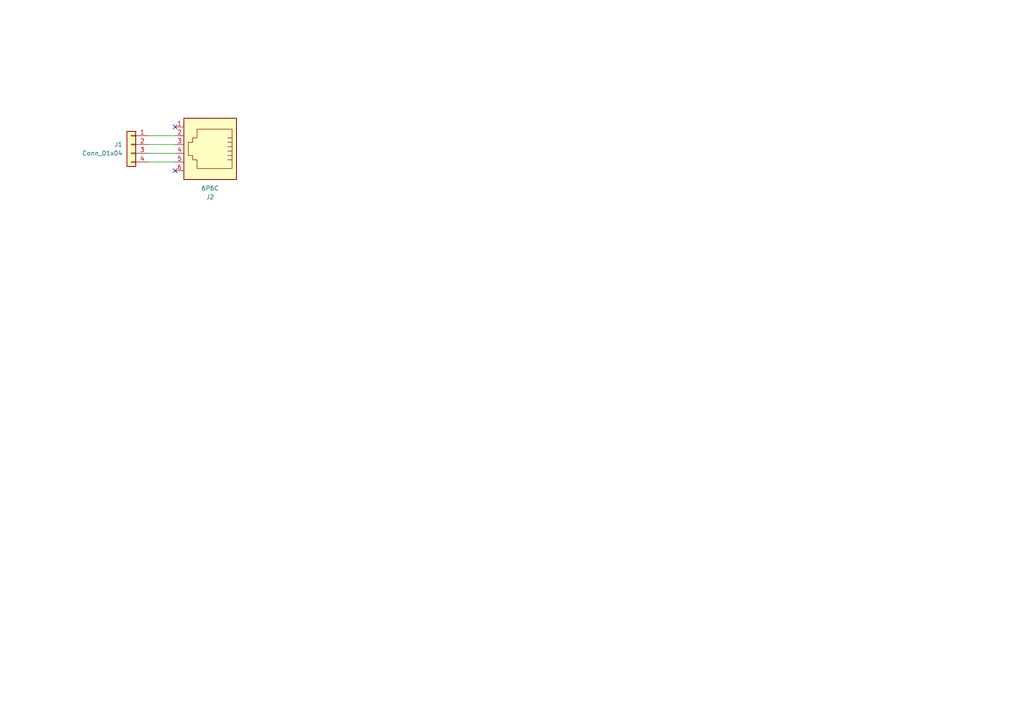
<source format=kicad_sch>
(kicad_sch (version 20230121) (generator eeschema)
  (paper "A4")
  (lib_symbols
    (symbol "Connector:6P6C" (pin_names (offset 1.016))
      (property "Reference" "J" (at -5.08 11.43 0))
      (property "Value" "6P6C" (at 2.54 11.43 0))
      (symbol "6P6C_0_1"
        (polyline (pts (xy -6.35 -1.905) (xy -5.08 -1.905) (xy -5.08 -1.905)))
        (polyline (pts (xy -6.35 -0.635) (xy -5.08 -0.635) (xy -5.08 -0.635)))
        (polyline (pts (xy -6.35 0.635) (xy -5.08 0.635) (xy -5.08 0.635)))
        (polyline (pts (xy -6.35 1.905) (xy -5.08 1.905) (xy -5.08 1.905)))
        (polyline (pts (xy -6.35 3.175) (xy -5.08 3.175) (xy -5.08 3.175)))
        (polyline (pts (xy -5.08 4.445) (xy -6.35 4.445) (xy -6.35 4.445)))
        (polyline (pts (xy -6.35 -4.445) (xy -6.35 6.985) (xy 3.81 6.985) (xy 3.81 4.445) (xy 5.08 4.445) (xy 5.08 3.175) (xy 6.35 3.175) (xy 6.35 -0.635) (xy 5.08 -0.635) (xy 5.08 -1.905) (xy 3.81 -1.905) (xy 3.81 -4.445) (xy -6.35 -4.445) (xy -6.35 -4.445)))
        (rectangle (start 7.62 10.16) (end -7.62 -7.62) (stroke (width 0.254)) (fill (type background)))
      )
      (symbol "6P6C_1_1"
        (pin passive line (at 10.16 -5.08 180) (length 2.54) (name "~") (number "1"))
        (pin passive line (at 10.16 -2.54 180) (length 2.54) (name "~") (number "2"))
        (pin passive line (at 10.16 0 180) (length 2.54) (name "~") (number "3"))
        (pin passive line (at 10.16 2.54 180) (length 2.54) (name "~") (number "4"))
        (pin passive line (at 10.16 5.08 180) (length 2.54) (name "~") (number "5"))
        (pin passive line (at 10.16 7.62 180) (length 2.54) (name "~") (number "6"))
      )
    )
    (symbol "Connector_Generic:Conn_01x04" (pin_names (offset 1.016) hide)
      (property "Reference" "J" (at 0 5.08 0))
      (property "Value" "Conn_01x04" (at 0 -7.62 0))
      (symbol "Conn_01x04_1_1"
        (rectangle (start -1.27 -4.953) (end 0 -5.207) (stroke (width 0.1524)))
        (rectangle (start -1.27 -2.413) (end 0 -2.667) (stroke (width 0.1524)))
        (rectangle (start -1.27 0.127) (end 0 -0.127) (stroke (width 0.1524)))
        (rectangle (start -1.27 2.667) (end 0 2.413) (stroke (width 0.1524)))
        (rectangle (start -1.27 3.81) (end 1.27 -6.35) (stroke (width 0.254)) (fill (type background)))
        (pin passive line (at -5.08 2.54 0) (length 3.81) (name "Pin_1") (number "1"))
        (pin passive line (at -5.08 0 0) (length 3.81) (name "Pin_2") (number "2"))
        (pin passive line (at -5.08 -2.54 0) (length 3.81) (name "Pin_3") (number "3"))
        (pin passive line (at -5.08 -5.08 0) (length 3.81) (name "Pin_4") (number "4"))
      )
    )
  )
  (no_connect (at 50.8 49.53))
  (no_connect (at 50.8 36.83))
  (wire (pts (xy 43.18 46.99) (xy 50.8 46.99)))
  (wire (pts (xy 43.18 44.45) (xy 50.8 44.45)))
  (wire (pts (xy 43.18 39.37) (xy 50.8 39.37)))
  (wire (pts (xy 43.18 41.91) (xy 50.8 41.91)))
  (symbol (lib_id "Connector:6P6C") (at 60.96 41.91 180) (unit 1)
    (property "Reference" "J2" (at 60.96 57.15 0))
    (property "Value" "6P6C" (at 60.96 54.61 0))
    (property "Footprint" "indian-rj11-pcb-through-hole-2.54:RJ11-6-IND" (effects hide))
  )
  (symbol (lib_id "Connector_Generic:Conn_01x04") (at 38.1 41.91 0) (mirror y) (unit 1)
    (property "Reference" "J1" (at 35.56 41.91 0) (effects (justify left)))
    (property "Value" "Conn_01x04" (at 35.56 44.45 0) (effects (justify left)))
    (property "Footprint" "Connector_PinHeader_2.54mm:PinHeader_1x04_P2.54mm_Vertical" (effects hide))
  )
)
</source>
